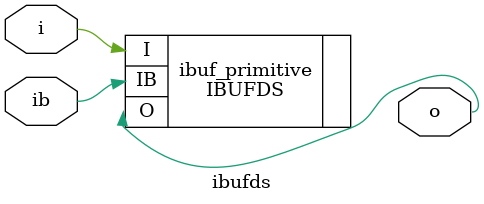
<source format=v>
/**
    "name": "IBUFDS"
    "description": "Differential input buffer on the Artix 7."
    "supportedBoards" : ["Au", "Au+", "AuV2", "PtV2"]
**/
/******************************************************************************

    The MIT License (MIT)

    Copyright (c) 2025 Alchitry

    Permission is hereby granted, free of charge, to any person obtaining a copy
    of this software and associated documentation files (the "Software"), to deal
    in the Software without restriction, including without limitation the rights
    to use, copy, modify, merge, publish, distribute, sublicense, and/or sell
    copies of the Software, and to permit persons to whom the Software is
    furnished to do so, subject to the following conditions:

    The above copyright notice and this permission notice shall be included in
    all copies or substantial portions of the Software.

    THE SOFTWARE IS PROVIDED "AS IS", WITHOUT WARRANTY OF ANY KIND, EXPRESS OR
    IMPLIED, INCLUDING BUT NOT LIMITED TO THE WARRANTIES OF MERCHANTABILITY,
    FITNESS FOR A PARTICULAR PURPOSE AND NONINFRINGEMENT. IN NO EVENT SHALL THE
    AUTHORS OR COPYRIGHT HOLDERS BE LIABLE FOR ANY CLAIM, DAMAGES OR OTHER
    LIABILITY, WHETHER IN AN ACTION OF CONTRACT, TORT OR OTHERWISE, ARISING FROM,
    OUT OF OR IN CONNECTION WITH THE SOFTWARE OR THE USE OR OTHER DEALINGS IN
    THE SOFTWARE.

    *****************************************************************************

    This module wraps the Xilinx IBUFDS primitive to expose it to Lucid.

    See: https://docs.amd.com/r/en-US/ug953-vivado-7series-libraries/IBUFDS
*/
module ibufds (
    input i,
    input ib,
    output o
);

    IBUFDS ibuf_primitive (.I(i), .IB(ib), .O(o));

endmodule
</source>
